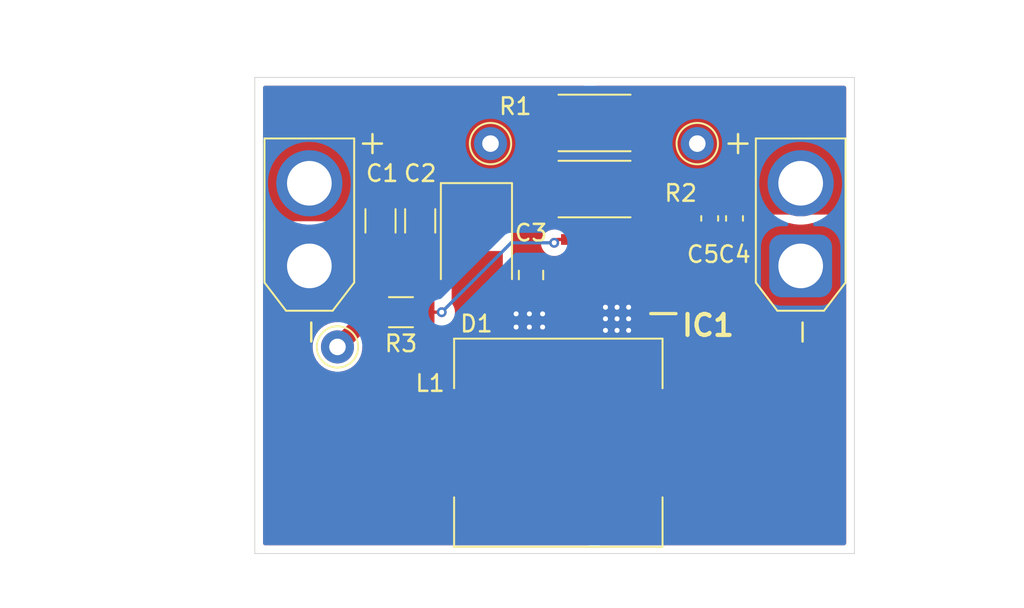
<source format=kicad_pcb>
(kicad_pcb (version 20241229) (generator "pcbnew") (generator_version "9.0")
  (layers (0 "F.Cu" signal) (2 "B.Cu" signal) (13 "F.Paste" user) (15 "B.Paste" user) (5 "F.SilkS" user "F.Silkscreen") (7 "B.SilkS" user "B.Silkscreen") (1 "F.Mask" user) (3 "B.Mask" user) (25 "Edge.Cuts" user))
  (net 0 "")
  (net 1 "+24V")
  (net 2 "GND")
  (net 3 "LED_A_+")
  (net 4 "LED_K_-")
  (net 5 "Net-(D1-A)")
  (net 6 "Net-(IC1-CTRL)")
  (net 7 "CTRL")
  (footprint "Connector_Pin:Pin_D1.0mm_L10.0mm" (layer "F.Cu") (at 55.25 29)
    (property "Reference" "REF**" (hide yes))
    (property "Value" "Pin_D1.0mm_L10.0mm" (hide yes))
    (fp_circle (center 0 0) (end 1.25 0.05) (stroke (width 0.12)) (fill no) (layer "F.SilkS"))
    (pad "1" thru_hole circle (at 0 0) (size 2 2) (drill 1) (layers "*.Cu" "*.Mask") (net 1 "+24V"))
  )
  (footprint "Resistor_SMD:R_2512_6332Metric" (layer "F.Cu") (at 61.5375 31.75)
    (property "Reference" "R2" (at 5.2125 0.25 0) (layer "F.SilkS"))
    (property "Value" "0R1" (hide yes))
    (fp_line (start -2.177064 -1.71) (end 2.177064 -1.71) (stroke (width 0.12)) (layer "F.SilkS"))
    (fp_line (start -2.177064 1.71) (end 2.177064 1.71) (stroke (width 0.12)) (layer "F.SilkS"))
    (pad "1" smd roundrect (at -2.9625 0) (size 1.225 3.35) (layers "F.Cu" "F.Mask" "F.Paste") (roundrect_rratio 0.204082) (net 1 "+24V"))
    (pad "2" smd roundrect (at 2.9625 0) (size 1.225 3.35) (layers "F.Cu" "F.Mask" "F.Paste") (roundrect_rratio 0.204082) (net 3 "LED_A_+"))
  )
  (footprint "Capacitor_SMD:C_1206_3216Metric" (layer "F.Cu") (at 48.6 33.675 -90)
    (property "Reference" "C1" (at -2.875 -0.1 180) (layer "F.SilkS"))
    (property "Value" "4.7uF 50V X7R" (hide yes))
    (fp_line (start -0.711252 0.91) (end 0.711252 0.91) (stroke (width 0.12)) (layer "F.SilkS"))
    (fp_line (start -0.711252 -0.91) (end 0.711252 -0.91) (stroke (width 0.12)) (layer "F.SilkS"))
    (pad "1" smd roundrect (at -1.475 0 270) (size 1.15 1.8) (layers "F.Cu" "F.Mask" "F.Paste") (roundrect_rratio 0.217391) (net 1 "+24V"))
    (pad "2" smd roundrect (at 1.475 0 270) (size 1.15 1.8) (layers "F.Cu" "F.Mask" "F.Paste") (roundrect_rratio 0.217391) (net 2 "GND"))
  )
  (footprint "Diode_SMD:D_SMB" (layer "F.Cu") (at 54.4 35.05 -90)
    (property "Reference" "D1" (at 4.85 0 180) (layer "F.SilkS"))
    (property "Value" "B360B" (hide yes))
    (fp_line (start -3.66 2.15) (end 2.15 2.15) (stroke (width 0.12)) (layer "F.SilkS"))
    (fp_line (start -3.66 -2.15) (end -3.66 2.15) (stroke (width 0.12)) (layer "F.SilkS"))
    (fp_line (start -3.66 -2.15) (end 2.15 -2.15) (stroke (width 0.12)) (layer "F.SilkS"))
    (pad "1" smd roundrect (at -2.15 0 270) (size 2.5 2.3) (layers "F.Cu" "F.Mask" "F.Paste") (roundrect_rratio 0.1086956522) (net 1 "+24V"))
    (pad "2" smd roundrect (at 2.15 0 270) (size 2.5 2.3) (layers "F.Cu" "F.Mask" "F.Paste") (roundrect_rratio 0.1086956522) (net 5 "Net-(D1-A)"))
  )
  (footprint "Resistor_SMD:R_1206_3216Metric" (layer "F.Cu") (at 49.8375 39.2)
    (property "Reference" "R3" (at 0 1.9 0) (layer "F.SilkS"))
    (property "Value" "0R" (hide yes))
    (fp_line (start -0.727064 -0.91) (end 0.727064 -0.91) (stroke (width 0.12)) (layer "F.SilkS"))
    (fp_line (start -0.727064 0.91) (end 0.727064 0.91) (stroke (width 0.12)) (layer "F.SilkS"))
    (pad "1" smd roundrect (at -1.4625 0) (size 1.125 1.75) (layers "F.Cu" "F.Mask" "F.Paste") (roundrect_rratio 0.222222) (net 7 "CTRL"))
    (pad "2" smd roundrect (at 1.4625 0) (size 1.125 1.75) (layers "F.Cu" "F.Mask" "F.Paste") (roundrect_rratio 0.222222) (net 6 "Net-(IC1-CTRL)"))
  )
  (footprint "KiCad:SOIC127P600X170-9N" (layer "F.Cu") (at 62.988 36.705 180)
    (property "Reference" "IC1" (at -5.412 -3.295 180) (layer "F.SilkS") (effects (font (size 1.27 1.27) (thickness 0.254))))
    (property "Value" "AL8843QSP-13" (hide yes))
    (fp_line (start -3.475 -2.58) (end -1.95 -2.58) (stroke (width 0.2)) (layer "F.SilkS"))
    (pad "1" smd rect (at -2.712 -1.905 270) (size 0.65 1.525) (layers "F.Cu" "F.Mask" "F.Paste") (net 2 "GND"))
    (pad "2" smd rect (at -2.712 -0.635 270) (size 0.65 1.525) (layers "F.Cu" "F.Mask" "F.Paste") (net 2 "GND"))
    (pad "3" smd rect (at -2.712 0.635 270) (size 0.65 1.525) (layers "F.Cu" "F.Mask" "F.Paste") (net 3 "LED_A_+"))
    (pad "4" smd rect (at -2.712 1.905 270) (size 0.65 1.525) (layers "F.Cu" "F.Mask" "F.Paste"))
    (pad "5" smd rect (at 2.712 1.905 270) (size 0.65 1.525) (layers "F.Cu" "F.Mask" "F.Paste") (net 6 "Net-(IC1-CTRL)"))
    (pad "6" smd rect (at 2.712 0.635 270) (size 0.65 1.525) (layers "F.Cu" "F.Mask" "F.Paste") (net 1 "+24V"))
    (pad "7" smd rect (at 2.712 -0.635 270) (size 0.65 1.525) (layers "F.Cu" "F.Mask" "F.Paste") (net 5 "Net-(D1-A)"))
    (pad "8" smd rect (at 2.712 -1.905 270) (size 0.65 1.525) (layers "F.Cu" "F.Mask" "F.Paste") (net 5 "Net-(D1-A)"))
    (pad "9" smd rect (at 0 0 180) (size 2.71 3.402) (layers "F.Cu" "F.Mask" "F.Paste") (net 2 "GND"))
  )
  (footprint "Connector_AMASS:AMASS_XT30U-F_1x02_P5.0mm_Vertical" (layer "F.Cu") (at 74 36.4 90)
    (property "Reference" "REF**" (hide yes))
    (property "Value" "AMASS_XT30U-F_1x02_P5.0mm_Vertical" (hide yes))
    (fp_line (start 7.71 -2.71) (end 7.71 2.71) (stroke (width 0.12)) (layer "F.SilkS"))
    (fp_line (start -1.01 -2.71) (end 7.71 -2.71) (stroke (width 0.12)) (layer "F.SilkS"))
    (fp_line (start -2.71 -1.41) (end -1.01 -2.71) (stroke (width 0.12)) (layer "F.SilkS"))
    (fp_line (start -2.71 -1.41) (end -2.71 1.41) (stroke (width 0.12)) (layer "F.SilkS"))
    (fp_line (start -2.71 1.41) (end -1.01 2.71) (stroke (width 0.12)) (layer "F.SilkS"))
    (fp_line (start -1.01 2.71) (end 7.71 2.71) (stroke (width 0.12)) (layer "F.SilkS"))
    (fp_text user "-" (at -4 0 90) (layer "F.SilkS") (effects (font (size 1.5 1.5))))
    (fp_text user "+" (at 7.4 -3.9 90) (layer "F.SilkS") (effects (font (size 1.5 1.5))))
    (pad "1" thru_hole roundrect (at 0 0 90) (size 3.8 3.8) (drill 2.7) (layers "*.Cu" "*.Mask") (roundrect_rratio 0.2) (net 4 "LED_K_-"))
    (pad "2" thru_hole circle (at 5 0 90) (size 4 4) (drill 2.7) (layers "*.Cu" "*.Mask") (net 3 "LED_A_+"))
  )
  (footprint "Capacitor_SMD:C_1206_3216Metric" (layer "F.Cu") (at 51 33.675 -90)
    (property "Reference" "C2" (at -2.875 0 180) (layer "F.SilkS"))
    (property "Value" "4.7uF 50V X7R" (hide yes))
    (fp_line (start -0.711252 0.91) (end 0.711252 0.91) (stroke (width 0.12)) (layer "F.SilkS"))
    (fp_line (start -0.711252 -0.91) (end 0.711252 -0.91) (stroke (width 0.12)) (layer "F.SilkS"))
    (pad "1" smd roundrect (at -1.475 0 270) (size 1.15 1.8) (layers "F.Cu" "F.Mask" "F.Paste") (roundrect_rratio 0.217391) (net 1 "+24V"))
    (pad "2" smd roundrect (at 1.475 0 270) (size 1.15 1.8) (layers "F.Cu" "F.Mask" "F.Paste") (roundrect_rratio 0.217391) (net 2 "GND"))
  )
  (footprint "Capacitor_SMD:C_0603_1608Metric" (layer "F.Cu") (at 70 33.525 -90)
    (property "Reference" "C4" (at 2.175 0 180) (layer "F.SilkS"))
    (property "Value" "1uF 25V X7R" (hide yes))
    (fp_line (start -0.14058 0.51) (end 0.14058 0.51) (stroke (width 0.12)) (layer "F.SilkS"))
    (fp_line (start -0.14058 -0.51) (end 0.14058 -0.51) (stroke (width 0.12)) (layer "F.SilkS"))
    (pad "1" smd roundrect (at -0.775 0 270) (size 0.9 0.95) (layers "F.Cu" "F.Mask" "F.Paste") (net 3 "LED_A_+"))
    (pad "2" smd roundrect (at 0.775 0 270) (size 0.9 0.95) (layers "F.Cu" "F.Mask" "F.Paste") (net 4 "LED_K_-"))
  )
  (footprint "Connector_Pin:Pin_D1.0mm_L10.0mm" (layer "F.Cu") (at 46 41.3)
    (property "Reference" "CTRL" (hide yes))
    (property "Value" "Pin_D1.0mm_L10.0mm" (hide yes))
    (fp_circle (center 0 0) (end 1.25 0.05) (stroke (width 0.12)) (fill no) (layer "F.SilkS"))
    (pad "1" thru_hole circle (at 0 0) (size 2 2) (drill 1) (layers "*.Cu" "*.Mask") (net 7 "CTRL"))
  )
  (footprint "Capacitor_SMD:C_0603_1608Metric" (layer "F.Cu") (at 68.5 33.525 -90)
    (property "Reference" "C5" (at 2.175 0.4 180) (layer "F.SilkS"))
    (property "Value" "1uF 50V X7R" (hide yes))
    (fp_line (start -0.14058 0.51) (end 0.14058 0.51) (stroke (width 0.12)) (layer "F.SilkS"))
    (fp_line (start -0.14058 -0.51) (end 0.14058 -0.51) (stroke (width 0.12)) (layer "F.SilkS"))
    (pad "1" smd roundrect (at -0.775 0 270) (size 0.9 0.95) (layers "F.Cu" "F.Mask" "F.Paste") (net 3 "LED_A_+"))
    (pad "2" smd roundrect (at 0.775 0 270) (size 0.9 0.95) (layers "F.Cu" "F.Mask" "F.Paste") (net 4 "LED_K_-"))
  )
  (footprint "Connector_AMASS:AMASS_XT30U-F_1x02_P5.0mm_Vertical" (layer "F.Cu") (at 44.3 36.4 90)
    (property "Reference" "REF**" (hide yes))
    (property "Value" "AMASS_XT30U-F_1x02_P5.0mm_Vertical" (hide yes))
    (fp_line (start 7.71 -2.71) (end 7.71 2.71) (stroke (width 0.12)) (layer "F.SilkS"))
    (fp_line (start -1.01 -2.71) (end 7.71 -2.71) (stroke (width 0.12)) (layer "F.SilkS"))
    (fp_line (start -2.71 -1.41) (end -1.01 -2.71) (stroke (width 0.12)) (layer "F.SilkS"))
    (fp_line (start -2.71 -1.41) (end -2.71 1.41) (stroke (width 0.12)) (layer "F.SilkS"))
    (fp_line (start -2.71 1.41) (end -1.01 2.71) (stroke (width 0.12)) (layer "F.SilkS"))
    (fp_line (start -1.01 2.71) (end 7.71 2.71) (stroke (width 0.12)) (layer "F.SilkS"))
    (fp_text user "+" (at 7.4 3.7 90) (layer "F.SilkS") (effects (font (size 1.5 1.5))))
    (fp_text user "-" (at -4 0 90) (layer "F.SilkS") (effects (font (size 1.5 1.5))))
    (pad "1" thru_hole roundrect (at 0 0 90) (size 3.8 3.8) (drill 2.7) (layers "*.Cu" "*.Mask") (roundrect_rratio 0.2) (net 2 "GND"))
    (pad "2" thru_hole circle (at 5 0 90) (size 4 4) (drill 2.7) (layers "*.Cu" "*.Mask") (net 1 "+24V"))
  )
  (footprint "Resistor_SMD:R_2512_6332Metric" (layer "F.Cu") (at 61.5375 27.75)
    (property "Reference" "R1" (at -4.7875 -1 0) (layer "F.SilkS"))
    (property "Value" "0R1" (hide yes))
    (fp_line (start -2.177064 -1.71) (end 2.177064 -1.71) (stroke (width 0.12)) (layer "F.SilkS"))
    (fp_line (start -2.177064 1.71) (end 2.177064 1.71) (stroke (width 0.12)) (layer "F.SilkS"))
    (pad "1" smd roundrect (at -2.9625 0) (size 1.225 3.35) (layers "F.Cu" "F.Mask" "F.Paste") (roundrect_rratio 0.204082) (net 1 "+24V"))
    (pad "2" smd roundrect (at 2.9625 0) (size 1.225 3.35) (layers "F.Cu" "F.Mask" "F.Paste") (roundrect_rratio 0.204082) (net 3 "LED_A_+"))
  )
  (footprint "Capacitor_SMD:C_0805_2012Metric" (layer "F.Cu") (at 57.7 36.95 -90)
    (property "Reference" "C3" (at -2.55 0 180) (layer "F.SilkS"))
    (property "Value" "100nF 100V X7R" (hide yes))
    (fp_line (start -0.261252 0.735) (end 0.261252 0.735) (stroke (width 0.12)) (layer "F.SilkS"))
    (fp_line (start -0.261252 -0.735) (end 0.261252 -0.735) (stroke (width 0.12)) (layer "F.SilkS"))
    (pad "1" smd roundrect (at -0.95 0 270) (size 1 1.45) (layers "F.Cu" "F.Mask" "F.Paste") (net 1 "+24V"))
    (pad "2" smd roundrect (at 0.95 0 270) (size 1 1.45) (layers "F.Cu" "F.Mask" "F.Paste") (net 2 "GND"))
  )
  (footprint "Connector_Pin:Pin_D1.0mm_L10.0mm" (layer "F.Cu") (at 67.75 29)
    (property "Reference" "REF**" (hide yes))
    (property "Value" "Pin_D1.0mm_L10.0mm" (hide yes))
    (fp_circle (center 0 0) (end 1.25 0.05) (stroke (width 0.12)) (fill no) (layer "F.SilkS"))
    (pad "1" thru_hole circle (at 0 0) (size 2 2) (drill 1) (layers "*.Cu" "*.Mask") (net 3 "LED_A_+"))
  )
  (footprint "Inductor_SMD:L_12x12mm_H6mm" (layer "F.Cu") (at 59.35 47.1)
    (property "Reference" "L1" (at -7.75 -3.6 0) (layer "F.SilkS"))
    (property "Value" "82uH" (hide yes))
    (fp_line (start -6.3 -6.3) (end 6.3 -6.3) (stroke (width 0.12)) (layer "F.SilkS"))
    (fp_line (start -6.3 -3.3) (end -6.3 -6.3) (stroke (width 0.12)) (layer "F.SilkS"))
    (fp_line (start -6.3 6.3) (end -6.3 3.3) (stroke (width 0.12)) (layer "F.SilkS"))
    (fp_line (start 6.3 -6.3) (end 6.3 -3.3) (stroke (width 0.12)) (layer "F.SilkS"))
    (fp_line (start 6.3 3.3) (end 6.3 6.3) (stroke (width 0.12)) (layer "F.SilkS"))
    (fp_line (start 6.3 6.3) (end -6.3 6.3) (stroke (width 0.12)) (layer "F.SilkS"))
    (pad "1" smd rect (at -4.95 0) (size 2.9 5.4) (layers "F.Cu" "F.Mask" "F.Paste") (net 5 "Net-(D1-A)"))
    (pad "2" smd rect (at 4.95 0) (size 2.9 5.4) (layers "F.Cu" "F.Mask" "F.Paste") (net 4 "LED_K_-"))
  )
  (gr_line (start 41 25) (end 77.25 25) (stroke (width 0.05)) (layer "Edge.Cuts"))
  (gr_line (start 77.25 53.8) (end 41 53.8) (stroke (width 0.05)) (layer "Edge.Cuts"))
  (gr_line (start 41 53.8) (end 41 25) (stroke (width 0.05)) (layer "Edge.Cuts"))
  (gr_line (start 77.25 25) (end 77.25 53.8) (stroke (width 0.05)) (layer "Edge.Cuts"))
  (via (at 58.4 40.1) (size 0.6) (drill 0.3) (layers "F.Cu" "B.Cu") (net 2))
  (via (at 62.9 38.9) (size 0.6) (drill 0.3) (layers "F.Cu" "B.Cu") (net 2))
  (via (at 62.2 40.3) (size 0.6) (drill 0.3) (layers "F.Cu" "B.Cu") (net 2))
  (via (at 56.8 39.3) (size 0.6) (drill 0.3) (layers "F.Cu" "B.Cu") (net 2))
  (via (at 57.6 40.1) (size 0.6) (drill 0.3) (layers "F.Cu" "B.Cu") (net 2))
  (via (at 63.6 40.3) (size 0.6) (drill 0.3) (layers "F.Cu" "B.Cu") (net 2))
  (via (at 63.6 38.9) (size 0.6) (drill 0.3) (layers "F.Cu" "B.Cu") (net 2))
  (via (at 62.2 38.9) (size 0.6) (drill 0.3) (layers "F.Cu" "B.Cu") (net 2))
  (via (at 56.8 40.1) (size 0.6) (drill 0.3) (layers "F.Cu" "B.Cu") (net 2))
  (via (at 62.9 39.6) (size 0.6) (drill 0.3) (layers "F.Cu" "B.Cu") (net 2))
  (via (at 58.4 39.3) (size 0.6) (drill 0.3) (layers "F.Cu" "B.Cu") (net 2))
  (via (at 62.9 40.3) (size 0.6) (drill 0.3) (layers "F.Cu" "B.Cu") (net 2))
  (via (at 57.6 39.3) (size 0.6) (drill 0.3) (layers "F.Cu" "B.Cu") (net 2))
  (via (at 63.6 39.6) (size 0.6) (drill 0.3) (layers "F.Cu" "B.Cu") (net 2))
  (via (at 62.2 39.6) (size 0.6) (drill 0.3) (layers "F.Cu" "B.Cu") (net 2))
  (segment (start 52.3 39.2) (end 51.3 39.2) (width 0.2) (layer "F.Cu") (net 6))
  (segment (start 59.3 34.8) (end 59.1 35) (width 0.2) (layer "F.Cu") (net 6))
  (segment (start 60.276 34.8) (end 59.3 34.8) (width 0.2) (layer "F.Cu") (net 6))
  (via (at 52.3 39.2) (size 0.6) (drill 0.3) (layers "F.Cu" "B.Cu") (net 6))
  (via (at 59.1 35) (size 0.6) (drill 0.3) (layers "F.Cu" "B.Cu") (net 6))
  (segment (start 56.5 35) (end 52.3 39.2) (width 0.2) (layer "B.Cu") (net 6))
  (segment (start 59.1 35) (end 56.5 35) (width 0.2) (layer "B.Cu") (net 6))
  (segment (start 48.375 39.2) (end 48.1 39.2) (width 1) (layer "F.Cu") (net 7))
  (segment (start 48.1 39.2) (end 46 41.3) (width 1) (layer "F.Cu") (net 7))
  (zone (net 3) (net_name "LED_A_+") (layer "F.Cu") (priority 3) (connect_pads yes (clearance 0.5)) (min_thickness 0.25) (fill yes (thermal_gap 0.5) (thermal_bridge_width 0.5))
    (polygon (pts (xy 61.5 21.35) (xy 87.5 21.35) (xy 87.5 35.2) (xy 71 35.2) (xy 66.9 35.2) (xy 66.9 36.6) (xy 64.6 36.6) (xy 64.6 33.8) (xy 61.5 33.8)))
  )
  (zone (net 5) (net_name "Net-(D1-A)") (layer "F.Cu") (priority 1) (connect_pads yes (clearance 0.5)) (min_thickness 0.25) (fill yes (thermal_gap 0.5) (thermal_bridge_width 0.5))
    (polygon (pts (xy 52.9 35.5) (xy 52.9 50) (xy 61.3 50) (xy 61.3 35.5)))
  )
  (zone (net 1) (net_name "+24V") (layer "F.Cu") (priority 2) (connect_pads yes (clearance 0.5)) (min_thickness 0.25) (fill yes (thermal_gap 0.5) (thermal_bridge_width 0.5))
    (polygon (pts (xy 56.5 34.295) (xy 56.5 36.8) (xy 58.7 36.8) (xy 61.5 36.8) (xy 61.5 35.6) (xy 61.5 33.8) (xy 61.5 33.83) (xy 61.5 20.312512) (xy 25.6 20.536887) (xy 25.6 33.7) (xy 52.5 33.7) (xy 52.5 34.3)))
  )
  (zone (net 4) (net_name "LED_K_-") (layer "F.Cu") (priority 4) (connect_pads yes (clearance 0.5)) (min_thickness 0.25) (fill yes (thermal_gap 0.5) (thermal_bridge_width 0.5))
    (polygon (pts (xy 61.8 54.997403) (xy 61.8 43.9) (xy 66.9 43.9) (xy 66.9 33.8) (xy 83.1 33.8) (xy 83.1 55.135714)))
  )
  (zone (net 2) (net_name "GND") (layers "F.Cu" "B.Cu") (connect_pads yes (clearance 0.5)) (min_thickness 0.25) (fill yes (thermal_gap 0.5) (thermal_bridge_width 0.5))
    (polygon (pts (xy 27.4 22.25) (xy 27.4 57.1) (xy 86.4 57.1) (xy 86.4 22.25)))
  )
)
</source>
